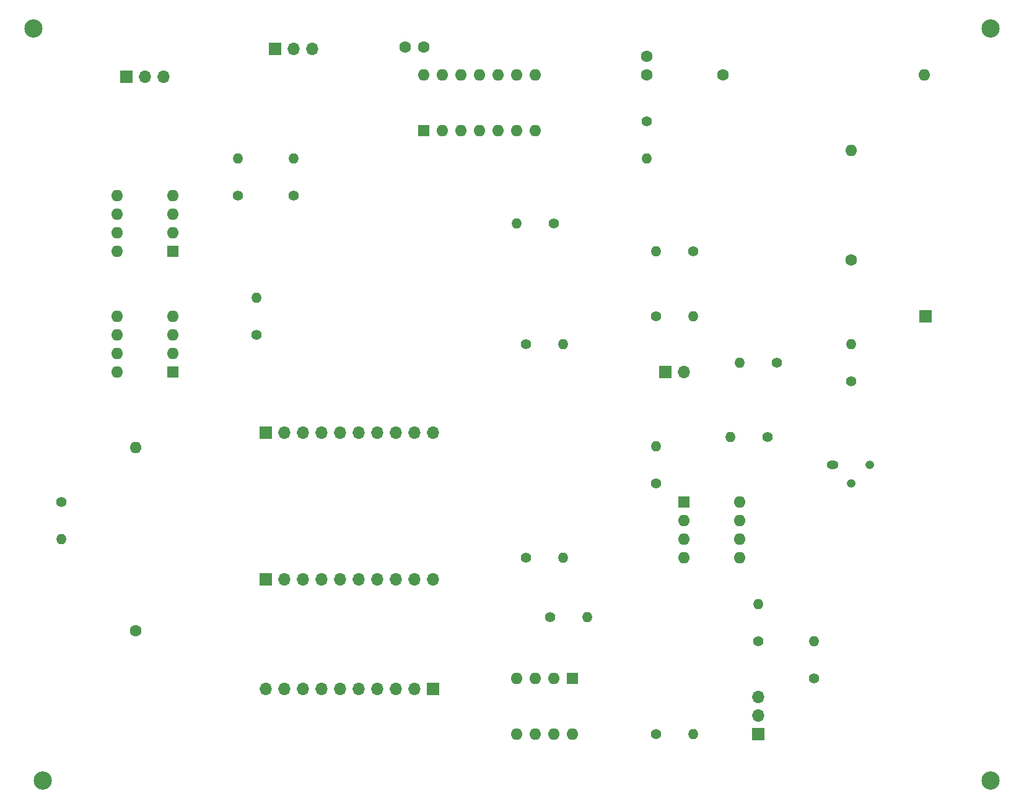
<source format=gbr>
%TF.GenerationSoftware,KiCad,Pcbnew,(6.0.11)*%
%TF.CreationDate,2023-04-16T19:35:35-07:00*%
%TF.ProjectId,FFRV_PCB_V1,46465256-5f50-4434-925f-56312e6b6963,rev?*%
%TF.SameCoordinates,Original*%
%TF.FileFunction,Soldermask,Bot*%
%TF.FilePolarity,Negative*%
%FSLAX46Y46*%
G04 Gerber Fmt 4.6, Leading zero omitted, Abs format (unit mm)*
G04 Created by KiCad (PCBNEW (6.0.11)) date 2023-04-16 19:35:35*
%MOMM*%
%LPD*%
G01*
G04 APERTURE LIST*
%ADD10C,2.500000*%
%ADD11R,1.600000X1.600000*%
%ADD12O,1.600000X1.600000*%
%ADD13R,1.700000X1.700000*%
%ADD14O,1.700000X1.700000*%
%ADD15C,1.600000*%
%ADD16C,1.400000*%
%ADD17O,1.400000X1.400000*%
%ADD18O,1.600000X1.200000*%
%ADD19O,1.200000X1.200000*%
G04 APERTURE END LIST*
D10*
%TO.C,REF\u002A\u002A*%
X26670000Y-162560000D03*
%TD*%
D11*
%TO.C,U4*%
X78735000Y-73650000D03*
D12*
X81275000Y-73650000D03*
X83815000Y-73650000D03*
X86355000Y-73650000D03*
X88895000Y-73650000D03*
X91435000Y-73650000D03*
X93975000Y-73650000D03*
X93975000Y-66030000D03*
X91435000Y-66030000D03*
X88895000Y-66030000D03*
X86355000Y-66030000D03*
X83815000Y-66030000D03*
X81275000Y-66030000D03*
X78735000Y-66030000D03*
%TD*%
D13*
%TO.C,J4*%
X57150000Y-115000000D03*
D14*
X59690000Y-115000000D03*
X62230000Y-115000000D03*
X64770000Y-115000000D03*
X67310000Y-115000000D03*
X69850000Y-115000000D03*
X72390000Y-115000000D03*
X74930000Y-115000000D03*
X77470000Y-115000000D03*
X80010000Y-115000000D03*
%TD*%
D15*
%TO.C,C5*%
X119600000Y-66040000D03*
D12*
X147100000Y-66040000D03*
%TD*%
D16*
%TO.C,R4*%
X96520000Y-86360000D03*
D17*
X91440000Y-86360000D03*
%TD*%
D16*
%TO.C,R8*%
X60960000Y-82550000D03*
D17*
X60960000Y-77470000D03*
%TD*%
D15*
%TO.C,C4*%
X76200000Y-62230000D03*
X78700000Y-62230000D03*
%TD*%
D10*
%TO.C,REF\u002A\u002A*%
X156210000Y-59690000D03*
%TD*%
D16*
%TO.C,R7*%
X124460000Y-143510000D03*
D17*
X124460000Y-138430000D03*
%TD*%
D16*
%TO.C,R11*%
X132080000Y-148590000D03*
D17*
X132080000Y-143510000D03*
%TD*%
D16*
%TO.C,R13*%
X55880000Y-101600000D03*
D17*
X55880000Y-96520000D03*
%TD*%
D13*
%TO.C,J9*%
X147320000Y-99060000D03*
%TD*%
D16*
%TO.C,R10*%
X137160000Y-107950000D03*
D17*
X137160000Y-102870000D03*
%TD*%
D16*
%TO.C,D2*%
X125730000Y-115570000D03*
D17*
X120650000Y-115570000D03*
%TD*%
D11*
%TO.C,U3*%
X44440000Y-90160000D03*
D12*
X44440000Y-87620000D03*
X44440000Y-85080000D03*
X44440000Y-82540000D03*
X36820000Y-82540000D03*
X36820000Y-85080000D03*
X36820000Y-87620000D03*
X36820000Y-90160000D03*
%TD*%
D11*
%TO.C,U2*%
X99050000Y-148600000D03*
D12*
X96510000Y-148600000D03*
X93970000Y-148600000D03*
X91430000Y-148600000D03*
X91430000Y-156220000D03*
X93970000Y-156220000D03*
X96510000Y-156220000D03*
X99050000Y-156220000D03*
%TD*%
D13*
%TO.C,J5*%
X80040000Y-150000000D03*
D14*
X77500000Y-150000000D03*
X74960000Y-150000000D03*
X72420000Y-150000000D03*
X69880000Y-150000000D03*
X67340000Y-150000000D03*
X64800000Y-150000000D03*
X62260000Y-150000000D03*
X59720000Y-150000000D03*
X57180000Y-150000000D03*
%TD*%
D16*
%TO.C,D1*%
X92710000Y-132080000D03*
D17*
X97790000Y-132080000D03*
%TD*%
D10*
%TO.C,REF\u002A\u002A*%
X25400000Y-59690000D03*
%TD*%
D16*
%TO.C,R12*%
X110490000Y-99060000D03*
D17*
X115570000Y-99060000D03*
%TD*%
D16*
%TO.C,R6*%
X53340000Y-82550000D03*
D17*
X53340000Y-77470000D03*
%TD*%
D16*
%TO.C,R1*%
X110490000Y-121920000D03*
D17*
X110490000Y-116840000D03*
%TD*%
D11*
%TO.C,U5*%
X44440000Y-106670000D03*
D12*
X44440000Y-104130000D03*
X44440000Y-101590000D03*
X44440000Y-99050000D03*
X36820000Y-99050000D03*
X36820000Y-101590000D03*
X36820000Y-104130000D03*
X36820000Y-106670000D03*
%TD*%
D16*
%TO.C,D3*%
X127000000Y-105410000D03*
D17*
X121920000Y-105410000D03*
%TD*%
D15*
%TO.C,C2*%
X137160000Y-91320000D03*
D12*
X137160000Y-76320000D03*
%TD*%
D15*
%TO.C,C1*%
X39370000Y-142040000D03*
D12*
X39370000Y-117040000D03*
%TD*%
D16*
%TO.C,R9*%
X115570000Y-90170000D03*
D17*
X110490000Y-90170000D03*
%TD*%
D16*
%TO.C,R3*%
X29210000Y-124460000D03*
D17*
X29210000Y-129540000D03*
%TD*%
D13*
%TO.C,J1*%
X38125000Y-66297500D03*
D14*
X40665000Y-66297500D03*
X43205000Y-66297500D03*
%TD*%
D16*
%TO.C,R5*%
X110490000Y-156210000D03*
D17*
X115570000Y-156210000D03*
%TD*%
D13*
%TO.C,J6*%
X111760000Y-106680000D03*
D14*
X114300000Y-106680000D03*
%TD*%
D13*
%TO.C,J8*%
X58435000Y-62447500D03*
D14*
X60975000Y-62447500D03*
X63515000Y-62447500D03*
%TD*%
D10*
%TO.C,REF\u002A\u002A*%
X156210000Y-162560000D03*
%TD*%
D11*
%TO.C,U1*%
X114310000Y-124470000D03*
D12*
X114310000Y-127010000D03*
X114310000Y-129550000D03*
X114310000Y-132090000D03*
X121930000Y-132090000D03*
X121930000Y-129550000D03*
X121930000Y-127010000D03*
X121930000Y-124470000D03*
%TD*%
D13*
%TO.C,J7*%
X124435000Y-156195000D03*
D14*
X124435000Y-153655000D03*
X124435000Y-151115000D03*
%TD*%
D16*
%TO.C,R14*%
X109220000Y-72390000D03*
D17*
X109220000Y-77470000D03*
%TD*%
D15*
%TO.C,C3*%
X109220000Y-63500000D03*
X109220000Y-66000000D03*
%TD*%
D16*
%TO.C,D4*%
X92710000Y-102870000D03*
D17*
X97790000Y-102870000D03*
%TD*%
D16*
%TO.C,R2*%
X95990000Y-140170000D03*
D17*
X101070000Y-140170000D03*
%TD*%
D13*
%TO.C,J3*%
X57150000Y-135000000D03*
D14*
X59690000Y-135000000D03*
X62230000Y-135000000D03*
X64770000Y-135000000D03*
X67310000Y-135000000D03*
X69850000Y-135000000D03*
X72390000Y-135000000D03*
X74930000Y-135000000D03*
X77470000Y-135000000D03*
X80010000Y-135000000D03*
%TD*%
D18*
%TO.C,Q1*%
X134620000Y-119380000D03*
D19*
X137160000Y-121920000D03*
X139700000Y-119380000D03*
%TD*%
M02*

</source>
